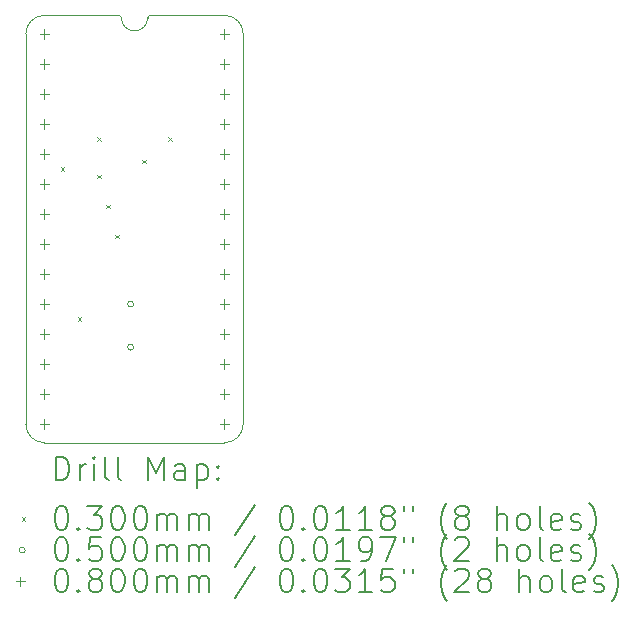
<source format=gbr>
%TF.GenerationSoftware,KiCad,Pcbnew,8.0.8*%
%TF.CreationDate,2025-03-10T01:42:12+01:00*%
%TF.ProjectId,C64-PLA,4336342d-504c-4412-9e6b-696361645f70,rev?*%
%TF.SameCoordinates,Original*%
%TF.FileFunction,Drillmap*%
%TF.FilePolarity,Positive*%
%FSLAX45Y45*%
G04 Gerber Fmt 4.5, Leading zero omitted, Abs format (unit mm)*
G04 Created by KiCad (PCBNEW 8.0.8) date 2025-03-10 01:42:12*
%MOMM*%
%LPD*%
G01*
G04 APERTURE LIST*
%ADD10C,0.100000*%
%ADD11C,0.200000*%
G04 APERTURE END LIST*
D10*
X11430000Y-4508500D02*
G75*
G02*
X11588750Y-4667250I0J-158750D01*
G01*
X10540500Y-4508495D02*
G75*
G02*
X10556375Y-4524370I0J-15875D01*
G01*
X9747250Y-7969250D02*
X9747250Y-4667250D01*
X10779125Y-4528250D02*
G75*
G02*
X10556875Y-4528250I-111125J0D01*
G01*
X9747250Y-4667250D02*
G75*
G02*
X9906000Y-4508500I158750J0D01*
G01*
X11430000Y-8128000D02*
X9906000Y-8128000D01*
X10795000Y-4508500D02*
X11430000Y-4508500D01*
X11588750Y-7969250D02*
G75*
G02*
X11430000Y-8128000I-158750J0D01*
G01*
X10778625Y-4524370D02*
G75*
G02*
X10794902Y-4508500I15875J0D01*
G01*
X11588750Y-4667250D02*
X11588750Y-7969250D01*
X10541000Y-4508500D02*
X9906000Y-4508500D01*
X9906000Y-8128000D02*
G75*
G02*
X9747250Y-7969250I0J158750D01*
G01*
X10556375Y-4524370D02*
X10556375Y-4528250D01*
X10778625Y-4528250D02*
X10778625Y-4524370D01*
D11*
D10*
X10042800Y-5795250D02*
X10072800Y-5825250D01*
X10072800Y-5795250D02*
X10042800Y-5825250D01*
X10188000Y-7065250D02*
X10218000Y-7095250D01*
X10218000Y-7065250D02*
X10188000Y-7095250D01*
X10350775Y-5541250D02*
X10380775Y-5571250D01*
X10380775Y-5541250D02*
X10350775Y-5571250D01*
X10350775Y-5858750D02*
X10380775Y-5888750D01*
X10380775Y-5858750D02*
X10350775Y-5888750D01*
X10426975Y-6112750D02*
X10456975Y-6142750D01*
X10456975Y-6112750D02*
X10426975Y-6142750D01*
X10503175Y-6366750D02*
X10533175Y-6396750D01*
X10533175Y-6366750D02*
X10503175Y-6396750D01*
X10731775Y-5731750D02*
X10761775Y-5761750D01*
X10761775Y-5731750D02*
X10731775Y-5761750D01*
X10954025Y-5541250D02*
X10984025Y-5571250D01*
X10984025Y-5541250D02*
X10954025Y-5571250D01*
X10660650Y-6953250D02*
G75*
G02*
X10610650Y-6953250I-25000J0D01*
G01*
X10610650Y-6953250D02*
G75*
G02*
X10660650Y-6953250I25000J0D01*
G01*
X10660650Y-7318375D02*
G75*
G02*
X10610650Y-7318375I-25000J0D01*
G01*
X10610650Y-7318375D02*
G75*
G02*
X10660650Y-7318375I25000J0D01*
G01*
X9905500Y-4627250D02*
X9905500Y-4707250D01*
X9865500Y-4667250D02*
X9945500Y-4667250D01*
X9905500Y-4881250D02*
X9905500Y-4961250D01*
X9865500Y-4921250D02*
X9945500Y-4921250D01*
X9905500Y-5135250D02*
X9905500Y-5215250D01*
X9865500Y-5175250D02*
X9945500Y-5175250D01*
X9905500Y-5389250D02*
X9905500Y-5469250D01*
X9865500Y-5429250D02*
X9945500Y-5429250D01*
X9905500Y-5643250D02*
X9905500Y-5723250D01*
X9865500Y-5683250D02*
X9945500Y-5683250D01*
X9905500Y-5897250D02*
X9905500Y-5977250D01*
X9865500Y-5937250D02*
X9945500Y-5937250D01*
X9905500Y-6151250D02*
X9905500Y-6231250D01*
X9865500Y-6191250D02*
X9945500Y-6191250D01*
X9905500Y-6405250D02*
X9905500Y-6485250D01*
X9865500Y-6445250D02*
X9945500Y-6445250D01*
X9905500Y-6659250D02*
X9905500Y-6739250D01*
X9865500Y-6699250D02*
X9945500Y-6699250D01*
X9905500Y-6913250D02*
X9905500Y-6993250D01*
X9865500Y-6953250D02*
X9945500Y-6953250D01*
X9905500Y-7167250D02*
X9905500Y-7247250D01*
X9865500Y-7207250D02*
X9945500Y-7207250D01*
X9905500Y-7421250D02*
X9905500Y-7501250D01*
X9865500Y-7461250D02*
X9945500Y-7461250D01*
X9905500Y-7675250D02*
X9905500Y-7755250D01*
X9865500Y-7715250D02*
X9945500Y-7715250D01*
X9905500Y-7929250D02*
X9905500Y-8009250D01*
X9865500Y-7969250D02*
X9945500Y-7969250D01*
X11429500Y-4627250D02*
X11429500Y-4707250D01*
X11389500Y-4667250D02*
X11469500Y-4667250D01*
X11429500Y-4881250D02*
X11429500Y-4961250D01*
X11389500Y-4921250D02*
X11469500Y-4921250D01*
X11429500Y-5135250D02*
X11429500Y-5215250D01*
X11389500Y-5175250D02*
X11469500Y-5175250D01*
X11429500Y-5389250D02*
X11429500Y-5469250D01*
X11389500Y-5429250D02*
X11469500Y-5429250D01*
X11429500Y-5643250D02*
X11429500Y-5723250D01*
X11389500Y-5683250D02*
X11469500Y-5683250D01*
X11429500Y-5897250D02*
X11429500Y-5977250D01*
X11389500Y-5937250D02*
X11469500Y-5937250D01*
X11429500Y-6151250D02*
X11429500Y-6231250D01*
X11389500Y-6191250D02*
X11469500Y-6191250D01*
X11429500Y-6405250D02*
X11429500Y-6485250D01*
X11389500Y-6445250D02*
X11469500Y-6445250D01*
X11429500Y-6659250D02*
X11429500Y-6739250D01*
X11389500Y-6699250D02*
X11469500Y-6699250D01*
X11429500Y-6913250D02*
X11429500Y-6993250D01*
X11389500Y-6953250D02*
X11469500Y-6953250D01*
X11429500Y-7167250D02*
X11429500Y-7247250D01*
X11389500Y-7207250D02*
X11469500Y-7207250D01*
X11429500Y-7421250D02*
X11429500Y-7501250D01*
X11389500Y-7461250D02*
X11469500Y-7461250D01*
X11429500Y-7675250D02*
X11429500Y-7755250D01*
X11389500Y-7715250D02*
X11469500Y-7715250D01*
X11429500Y-7929250D02*
X11429500Y-8009250D01*
X11389500Y-7969250D02*
X11469500Y-7969250D01*
D11*
X10003027Y-8444484D02*
X10003027Y-8244484D01*
X10003027Y-8244484D02*
X10050646Y-8244484D01*
X10050646Y-8244484D02*
X10079217Y-8254008D01*
X10079217Y-8254008D02*
X10098265Y-8273055D01*
X10098265Y-8273055D02*
X10107789Y-8292103D01*
X10107789Y-8292103D02*
X10117313Y-8330198D01*
X10117313Y-8330198D02*
X10117313Y-8358769D01*
X10117313Y-8358769D02*
X10107789Y-8396865D01*
X10107789Y-8396865D02*
X10098265Y-8415912D01*
X10098265Y-8415912D02*
X10079217Y-8434960D01*
X10079217Y-8434960D02*
X10050646Y-8444484D01*
X10050646Y-8444484D02*
X10003027Y-8444484D01*
X10203027Y-8444484D02*
X10203027Y-8311150D01*
X10203027Y-8349246D02*
X10212551Y-8330198D01*
X10212551Y-8330198D02*
X10222074Y-8320674D01*
X10222074Y-8320674D02*
X10241122Y-8311150D01*
X10241122Y-8311150D02*
X10260170Y-8311150D01*
X10326836Y-8444484D02*
X10326836Y-8311150D01*
X10326836Y-8244484D02*
X10317313Y-8254008D01*
X10317313Y-8254008D02*
X10326836Y-8263531D01*
X10326836Y-8263531D02*
X10336360Y-8254008D01*
X10336360Y-8254008D02*
X10326836Y-8244484D01*
X10326836Y-8244484D02*
X10326836Y-8263531D01*
X10450646Y-8444484D02*
X10431598Y-8434960D01*
X10431598Y-8434960D02*
X10422074Y-8415912D01*
X10422074Y-8415912D02*
X10422074Y-8244484D01*
X10555408Y-8444484D02*
X10536360Y-8434960D01*
X10536360Y-8434960D02*
X10526836Y-8415912D01*
X10526836Y-8415912D02*
X10526836Y-8244484D01*
X10783979Y-8444484D02*
X10783979Y-8244484D01*
X10783979Y-8244484D02*
X10850646Y-8387341D01*
X10850646Y-8387341D02*
X10917313Y-8244484D01*
X10917313Y-8244484D02*
X10917313Y-8444484D01*
X11098265Y-8444484D02*
X11098265Y-8339722D01*
X11098265Y-8339722D02*
X11088741Y-8320674D01*
X11088741Y-8320674D02*
X11069694Y-8311150D01*
X11069694Y-8311150D02*
X11031598Y-8311150D01*
X11031598Y-8311150D02*
X11012551Y-8320674D01*
X11098265Y-8434960D02*
X11079217Y-8444484D01*
X11079217Y-8444484D02*
X11031598Y-8444484D01*
X11031598Y-8444484D02*
X11012551Y-8434960D01*
X11012551Y-8434960D02*
X11003027Y-8415912D01*
X11003027Y-8415912D02*
X11003027Y-8396865D01*
X11003027Y-8396865D02*
X11012551Y-8377817D01*
X11012551Y-8377817D02*
X11031598Y-8368293D01*
X11031598Y-8368293D02*
X11079217Y-8368293D01*
X11079217Y-8368293D02*
X11098265Y-8358769D01*
X11193503Y-8311150D02*
X11193503Y-8511150D01*
X11193503Y-8320674D02*
X11212551Y-8311150D01*
X11212551Y-8311150D02*
X11250646Y-8311150D01*
X11250646Y-8311150D02*
X11269693Y-8320674D01*
X11269693Y-8320674D02*
X11279217Y-8330198D01*
X11279217Y-8330198D02*
X11288741Y-8349246D01*
X11288741Y-8349246D02*
X11288741Y-8406389D01*
X11288741Y-8406389D02*
X11279217Y-8425436D01*
X11279217Y-8425436D02*
X11269693Y-8434960D01*
X11269693Y-8434960D02*
X11250646Y-8444484D01*
X11250646Y-8444484D02*
X11212551Y-8444484D01*
X11212551Y-8444484D02*
X11193503Y-8434960D01*
X11374455Y-8425436D02*
X11383979Y-8434960D01*
X11383979Y-8434960D02*
X11374455Y-8444484D01*
X11374455Y-8444484D02*
X11364932Y-8434960D01*
X11364932Y-8434960D02*
X11374455Y-8425436D01*
X11374455Y-8425436D02*
X11374455Y-8444484D01*
X11374455Y-8320674D02*
X11383979Y-8330198D01*
X11383979Y-8330198D02*
X11374455Y-8339722D01*
X11374455Y-8339722D02*
X11364932Y-8330198D01*
X11364932Y-8330198D02*
X11374455Y-8320674D01*
X11374455Y-8320674D02*
X11374455Y-8339722D01*
D10*
X9712250Y-8758000D02*
X9742250Y-8788000D01*
X9742250Y-8758000D02*
X9712250Y-8788000D01*
D11*
X10041122Y-8664484D02*
X10060170Y-8664484D01*
X10060170Y-8664484D02*
X10079217Y-8674008D01*
X10079217Y-8674008D02*
X10088741Y-8683531D01*
X10088741Y-8683531D02*
X10098265Y-8702579D01*
X10098265Y-8702579D02*
X10107789Y-8740674D01*
X10107789Y-8740674D02*
X10107789Y-8788293D01*
X10107789Y-8788293D02*
X10098265Y-8826389D01*
X10098265Y-8826389D02*
X10088741Y-8845436D01*
X10088741Y-8845436D02*
X10079217Y-8854960D01*
X10079217Y-8854960D02*
X10060170Y-8864484D01*
X10060170Y-8864484D02*
X10041122Y-8864484D01*
X10041122Y-8864484D02*
X10022074Y-8854960D01*
X10022074Y-8854960D02*
X10012551Y-8845436D01*
X10012551Y-8845436D02*
X10003027Y-8826389D01*
X10003027Y-8826389D02*
X9993503Y-8788293D01*
X9993503Y-8788293D02*
X9993503Y-8740674D01*
X9993503Y-8740674D02*
X10003027Y-8702579D01*
X10003027Y-8702579D02*
X10012551Y-8683531D01*
X10012551Y-8683531D02*
X10022074Y-8674008D01*
X10022074Y-8674008D02*
X10041122Y-8664484D01*
X10193503Y-8845436D02*
X10203027Y-8854960D01*
X10203027Y-8854960D02*
X10193503Y-8864484D01*
X10193503Y-8864484D02*
X10183979Y-8854960D01*
X10183979Y-8854960D02*
X10193503Y-8845436D01*
X10193503Y-8845436D02*
X10193503Y-8864484D01*
X10269694Y-8664484D02*
X10393503Y-8664484D01*
X10393503Y-8664484D02*
X10326836Y-8740674D01*
X10326836Y-8740674D02*
X10355408Y-8740674D01*
X10355408Y-8740674D02*
X10374455Y-8750198D01*
X10374455Y-8750198D02*
X10383979Y-8759722D01*
X10383979Y-8759722D02*
X10393503Y-8778770D01*
X10393503Y-8778770D02*
X10393503Y-8826389D01*
X10393503Y-8826389D02*
X10383979Y-8845436D01*
X10383979Y-8845436D02*
X10374455Y-8854960D01*
X10374455Y-8854960D02*
X10355408Y-8864484D01*
X10355408Y-8864484D02*
X10298265Y-8864484D01*
X10298265Y-8864484D02*
X10279217Y-8854960D01*
X10279217Y-8854960D02*
X10269694Y-8845436D01*
X10517313Y-8664484D02*
X10536360Y-8664484D01*
X10536360Y-8664484D02*
X10555408Y-8674008D01*
X10555408Y-8674008D02*
X10564932Y-8683531D01*
X10564932Y-8683531D02*
X10574455Y-8702579D01*
X10574455Y-8702579D02*
X10583979Y-8740674D01*
X10583979Y-8740674D02*
X10583979Y-8788293D01*
X10583979Y-8788293D02*
X10574455Y-8826389D01*
X10574455Y-8826389D02*
X10564932Y-8845436D01*
X10564932Y-8845436D02*
X10555408Y-8854960D01*
X10555408Y-8854960D02*
X10536360Y-8864484D01*
X10536360Y-8864484D02*
X10517313Y-8864484D01*
X10517313Y-8864484D02*
X10498265Y-8854960D01*
X10498265Y-8854960D02*
X10488741Y-8845436D01*
X10488741Y-8845436D02*
X10479217Y-8826389D01*
X10479217Y-8826389D02*
X10469694Y-8788293D01*
X10469694Y-8788293D02*
X10469694Y-8740674D01*
X10469694Y-8740674D02*
X10479217Y-8702579D01*
X10479217Y-8702579D02*
X10488741Y-8683531D01*
X10488741Y-8683531D02*
X10498265Y-8674008D01*
X10498265Y-8674008D02*
X10517313Y-8664484D01*
X10707789Y-8664484D02*
X10726836Y-8664484D01*
X10726836Y-8664484D02*
X10745884Y-8674008D01*
X10745884Y-8674008D02*
X10755408Y-8683531D01*
X10755408Y-8683531D02*
X10764932Y-8702579D01*
X10764932Y-8702579D02*
X10774455Y-8740674D01*
X10774455Y-8740674D02*
X10774455Y-8788293D01*
X10774455Y-8788293D02*
X10764932Y-8826389D01*
X10764932Y-8826389D02*
X10755408Y-8845436D01*
X10755408Y-8845436D02*
X10745884Y-8854960D01*
X10745884Y-8854960D02*
X10726836Y-8864484D01*
X10726836Y-8864484D02*
X10707789Y-8864484D01*
X10707789Y-8864484D02*
X10688741Y-8854960D01*
X10688741Y-8854960D02*
X10679217Y-8845436D01*
X10679217Y-8845436D02*
X10669694Y-8826389D01*
X10669694Y-8826389D02*
X10660170Y-8788293D01*
X10660170Y-8788293D02*
X10660170Y-8740674D01*
X10660170Y-8740674D02*
X10669694Y-8702579D01*
X10669694Y-8702579D02*
X10679217Y-8683531D01*
X10679217Y-8683531D02*
X10688741Y-8674008D01*
X10688741Y-8674008D02*
X10707789Y-8664484D01*
X10860170Y-8864484D02*
X10860170Y-8731150D01*
X10860170Y-8750198D02*
X10869694Y-8740674D01*
X10869694Y-8740674D02*
X10888741Y-8731150D01*
X10888741Y-8731150D02*
X10917313Y-8731150D01*
X10917313Y-8731150D02*
X10936360Y-8740674D01*
X10936360Y-8740674D02*
X10945884Y-8759722D01*
X10945884Y-8759722D02*
X10945884Y-8864484D01*
X10945884Y-8759722D02*
X10955408Y-8740674D01*
X10955408Y-8740674D02*
X10974455Y-8731150D01*
X10974455Y-8731150D02*
X11003027Y-8731150D01*
X11003027Y-8731150D02*
X11022075Y-8740674D01*
X11022075Y-8740674D02*
X11031598Y-8759722D01*
X11031598Y-8759722D02*
X11031598Y-8864484D01*
X11126836Y-8864484D02*
X11126836Y-8731150D01*
X11126836Y-8750198D02*
X11136360Y-8740674D01*
X11136360Y-8740674D02*
X11155408Y-8731150D01*
X11155408Y-8731150D02*
X11183979Y-8731150D01*
X11183979Y-8731150D02*
X11203027Y-8740674D01*
X11203027Y-8740674D02*
X11212551Y-8759722D01*
X11212551Y-8759722D02*
X11212551Y-8864484D01*
X11212551Y-8759722D02*
X11222074Y-8740674D01*
X11222074Y-8740674D02*
X11241122Y-8731150D01*
X11241122Y-8731150D02*
X11269693Y-8731150D01*
X11269693Y-8731150D02*
X11288741Y-8740674D01*
X11288741Y-8740674D02*
X11298265Y-8759722D01*
X11298265Y-8759722D02*
X11298265Y-8864484D01*
X11688741Y-8654960D02*
X11517313Y-8912103D01*
X11945884Y-8664484D02*
X11964932Y-8664484D01*
X11964932Y-8664484D02*
X11983979Y-8674008D01*
X11983979Y-8674008D02*
X11993503Y-8683531D01*
X11993503Y-8683531D02*
X12003027Y-8702579D01*
X12003027Y-8702579D02*
X12012551Y-8740674D01*
X12012551Y-8740674D02*
X12012551Y-8788293D01*
X12012551Y-8788293D02*
X12003027Y-8826389D01*
X12003027Y-8826389D02*
X11993503Y-8845436D01*
X11993503Y-8845436D02*
X11983979Y-8854960D01*
X11983979Y-8854960D02*
X11964932Y-8864484D01*
X11964932Y-8864484D02*
X11945884Y-8864484D01*
X11945884Y-8864484D02*
X11926836Y-8854960D01*
X11926836Y-8854960D02*
X11917313Y-8845436D01*
X11917313Y-8845436D02*
X11907789Y-8826389D01*
X11907789Y-8826389D02*
X11898265Y-8788293D01*
X11898265Y-8788293D02*
X11898265Y-8740674D01*
X11898265Y-8740674D02*
X11907789Y-8702579D01*
X11907789Y-8702579D02*
X11917313Y-8683531D01*
X11917313Y-8683531D02*
X11926836Y-8674008D01*
X11926836Y-8674008D02*
X11945884Y-8664484D01*
X12098265Y-8845436D02*
X12107789Y-8854960D01*
X12107789Y-8854960D02*
X12098265Y-8864484D01*
X12098265Y-8864484D02*
X12088741Y-8854960D01*
X12088741Y-8854960D02*
X12098265Y-8845436D01*
X12098265Y-8845436D02*
X12098265Y-8864484D01*
X12231598Y-8664484D02*
X12250646Y-8664484D01*
X12250646Y-8664484D02*
X12269694Y-8674008D01*
X12269694Y-8674008D02*
X12279217Y-8683531D01*
X12279217Y-8683531D02*
X12288741Y-8702579D01*
X12288741Y-8702579D02*
X12298265Y-8740674D01*
X12298265Y-8740674D02*
X12298265Y-8788293D01*
X12298265Y-8788293D02*
X12288741Y-8826389D01*
X12288741Y-8826389D02*
X12279217Y-8845436D01*
X12279217Y-8845436D02*
X12269694Y-8854960D01*
X12269694Y-8854960D02*
X12250646Y-8864484D01*
X12250646Y-8864484D02*
X12231598Y-8864484D01*
X12231598Y-8864484D02*
X12212551Y-8854960D01*
X12212551Y-8854960D02*
X12203027Y-8845436D01*
X12203027Y-8845436D02*
X12193503Y-8826389D01*
X12193503Y-8826389D02*
X12183979Y-8788293D01*
X12183979Y-8788293D02*
X12183979Y-8740674D01*
X12183979Y-8740674D02*
X12193503Y-8702579D01*
X12193503Y-8702579D02*
X12203027Y-8683531D01*
X12203027Y-8683531D02*
X12212551Y-8674008D01*
X12212551Y-8674008D02*
X12231598Y-8664484D01*
X12488741Y-8864484D02*
X12374456Y-8864484D01*
X12431598Y-8864484D02*
X12431598Y-8664484D01*
X12431598Y-8664484D02*
X12412551Y-8693055D01*
X12412551Y-8693055D02*
X12393503Y-8712103D01*
X12393503Y-8712103D02*
X12374456Y-8721627D01*
X12679217Y-8864484D02*
X12564932Y-8864484D01*
X12622075Y-8864484D02*
X12622075Y-8664484D01*
X12622075Y-8664484D02*
X12603027Y-8693055D01*
X12603027Y-8693055D02*
X12583979Y-8712103D01*
X12583979Y-8712103D02*
X12564932Y-8721627D01*
X12793503Y-8750198D02*
X12774456Y-8740674D01*
X12774456Y-8740674D02*
X12764932Y-8731150D01*
X12764932Y-8731150D02*
X12755408Y-8712103D01*
X12755408Y-8712103D02*
X12755408Y-8702579D01*
X12755408Y-8702579D02*
X12764932Y-8683531D01*
X12764932Y-8683531D02*
X12774456Y-8674008D01*
X12774456Y-8674008D02*
X12793503Y-8664484D01*
X12793503Y-8664484D02*
X12831598Y-8664484D01*
X12831598Y-8664484D02*
X12850646Y-8674008D01*
X12850646Y-8674008D02*
X12860170Y-8683531D01*
X12860170Y-8683531D02*
X12869694Y-8702579D01*
X12869694Y-8702579D02*
X12869694Y-8712103D01*
X12869694Y-8712103D02*
X12860170Y-8731150D01*
X12860170Y-8731150D02*
X12850646Y-8740674D01*
X12850646Y-8740674D02*
X12831598Y-8750198D01*
X12831598Y-8750198D02*
X12793503Y-8750198D01*
X12793503Y-8750198D02*
X12774456Y-8759722D01*
X12774456Y-8759722D02*
X12764932Y-8769246D01*
X12764932Y-8769246D02*
X12755408Y-8788293D01*
X12755408Y-8788293D02*
X12755408Y-8826389D01*
X12755408Y-8826389D02*
X12764932Y-8845436D01*
X12764932Y-8845436D02*
X12774456Y-8854960D01*
X12774456Y-8854960D02*
X12793503Y-8864484D01*
X12793503Y-8864484D02*
X12831598Y-8864484D01*
X12831598Y-8864484D02*
X12850646Y-8854960D01*
X12850646Y-8854960D02*
X12860170Y-8845436D01*
X12860170Y-8845436D02*
X12869694Y-8826389D01*
X12869694Y-8826389D02*
X12869694Y-8788293D01*
X12869694Y-8788293D02*
X12860170Y-8769246D01*
X12860170Y-8769246D02*
X12850646Y-8759722D01*
X12850646Y-8759722D02*
X12831598Y-8750198D01*
X12945884Y-8664484D02*
X12945884Y-8702579D01*
X13022075Y-8664484D02*
X13022075Y-8702579D01*
X13317313Y-8940674D02*
X13307789Y-8931150D01*
X13307789Y-8931150D02*
X13288741Y-8902579D01*
X13288741Y-8902579D02*
X13279218Y-8883531D01*
X13279218Y-8883531D02*
X13269694Y-8854960D01*
X13269694Y-8854960D02*
X13260170Y-8807341D01*
X13260170Y-8807341D02*
X13260170Y-8769246D01*
X13260170Y-8769246D02*
X13269694Y-8721627D01*
X13269694Y-8721627D02*
X13279218Y-8693055D01*
X13279218Y-8693055D02*
X13288741Y-8674008D01*
X13288741Y-8674008D02*
X13307789Y-8645436D01*
X13307789Y-8645436D02*
X13317313Y-8635912D01*
X13422075Y-8750198D02*
X13403027Y-8740674D01*
X13403027Y-8740674D02*
X13393503Y-8731150D01*
X13393503Y-8731150D02*
X13383979Y-8712103D01*
X13383979Y-8712103D02*
X13383979Y-8702579D01*
X13383979Y-8702579D02*
X13393503Y-8683531D01*
X13393503Y-8683531D02*
X13403027Y-8674008D01*
X13403027Y-8674008D02*
X13422075Y-8664484D01*
X13422075Y-8664484D02*
X13460170Y-8664484D01*
X13460170Y-8664484D02*
X13479218Y-8674008D01*
X13479218Y-8674008D02*
X13488741Y-8683531D01*
X13488741Y-8683531D02*
X13498265Y-8702579D01*
X13498265Y-8702579D02*
X13498265Y-8712103D01*
X13498265Y-8712103D02*
X13488741Y-8731150D01*
X13488741Y-8731150D02*
X13479218Y-8740674D01*
X13479218Y-8740674D02*
X13460170Y-8750198D01*
X13460170Y-8750198D02*
X13422075Y-8750198D01*
X13422075Y-8750198D02*
X13403027Y-8759722D01*
X13403027Y-8759722D02*
X13393503Y-8769246D01*
X13393503Y-8769246D02*
X13383979Y-8788293D01*
X13383979Y-8788293D02*
X13383979Y-8826389D01*
X13383979Y-8826389D02*
X13393503Y-8845436D01*
X13393503Y-8845436D02*
X13403027Y-8854960D01*
X13403027Y-8854960D02*
X13422075Y-8864484D01*
X13422075Y-8864484D02*
X13460170Y-8864484D01*
X13460170Y-8864484D02*
X13479218Y-8854960D01*
X13479218Y-8854960D02*
X13488741Y-8845436D01*
X13488741Y-8845436D02*
X13498265Y-8826389D01*
X13498265Y-8826389D02*
X13498265Y-8788293D01*
X13498265Y-8788293D02*
X13488741Y-8769246D01*
X13488741Y-8769246D02*
X13479218Y-8759722D01*
X13479218Y-8759722D02*
X13460170Y-8750198D01*
X13736360Y-8864484D02*
X13736360Y-8664484D01*
X13822075Y-8864484D02*
X13822075Y-8759722D01*
X13822075Y-8759722D02*
X13812551Y-8740674D01*
X13812551Y-8740674D02*
X13793503Y-8731150D01*
X13793503Y-8731150D02*
X13764932Y-8731150D01*
X13764932Y-8731150D02*
X13745884Y-8740674D01*
X13745884Y-8740674D02*
X13736360Y-8750198D01*
X13945884Y-8864484D02*
X13926837Y-8854960D01*
X13926837Y-8854960D02*
X13917313Y-8845436D01*
X13917313Y-8845436D02*
X13907789Y-8826389D01*
X13907789Y-8826389D02*
X13907789Y-8769246D01*
X13907789Y-8769246D02*
X13917313Y-8750198D01*
X13917313Y-8750198D02*
X13926837Y-8740674D01*
X13926837Y-8740674D02*
X13945884Y-8731150D01*
X13945884Y-8731150D02*
X13974456Y-8731150D01*
X13974456Y-8731150D02*
X13993503Y-8740674D01*
X13993503Y-8740674D02*
X14003027Y-8750198D01*
X14003027Y-8750198D02*
X14012551Y-8769246D01*
X14012551Y-8769246D02*
X14012551Y-8826389D01*
X14012551Y-8826389D02*
X14003027Y-8845436D01*
X14003027Y-8845436D02*
X13993503Y-8854960D01*
X13993503Y-8854960D02*
X13974456Y-8864484D01*
X13974456Y-8864484D02*
X13945884Y-8864484D01*
X14126837Y-8864484D02*
X14107789Y-8854960D01*
X14107789Y-8854960D02*
X14098265Y-8835912D01*
X14098265Y-8835912D02*
X14098265Y-8664484D01*
X14279218Y-8854960D02*
X14260170Y-8864484D01*
X14260170Y-8864484D02*
X14222075Y-8864484D01*
X14222075Y-8864484D02*
X14203027Y-8854960D01*
X14203027Y-8854960D02*
X14193503Y-8835912D01*
X14193503Y-8835912D02*
X14193503Y-8759722D01*
X14193503Y-8759722D02*
X14203027Y-8740674D01*
X14203027Y-8740674D02*
X14222075Y-8731150D01*
X14222075Y-8731150D02*
X14260170Y-8731150D01*
X14260170Y-8731150D02*
X14279218Y-8740674D01*
X14279218Y-8740674D02*
X14288741Y-8759722D01*
X14288741Y-8759722D02*
X14288741Y-8778770D01*
X14288741Y-8778770D02*
X14193503Y-8797817D01*
X14364932Y-8854960D02*
X14383980Y-8864484D01*
X14383980Y-8864484D02*
X14422075Y-8864484D01*
X14422075Y-8864484D02*
X14441122Y-8854960D01*
X14441122Y-8854960D02*
X14450646Y-8835912D01*
X14450646Y-8835912D02*
X14450646Y-8826389D01*
X14450646Y-8826389D02*
X14441122Y-8807341D01*
X14441122Y-8807341D02*
X14422075Y-8797817D01*
X14422075Y-8797817D02*
X14393503Y-8797817D01*
X14393503Y-8797817D02*
X14374456Y-8788293D01*
X14374456Y-8788293D02*
X14364932Y-8769246D01*
X14364932Y-8769246D02*
X14364932Y-8759722D01*
X14364932Y-8759722D02*
X14374456Y-8740674D01*
X14374456Y-8740674D02*
X14393503Y-8731150D01*
X14393503Y-8731150D02*
X14422075Y-8731150D01*
X14422075Y-8731150D02*
X14441122Y-8740674D01*
X14517313Y-8940674D02*
X14526837Y-8931150D01*
X14526837Y-8931150D02*
X14545884Y-8902579D01*
X14545884Y-8902579D02*
X14555408Y-8883531D01*
X14555408Y-8883531D02*
X14564932Y-8854960D01*
X14564932Y-8854960D02*
X14574456Y-8807341D01*
X14574456Y-8807341D02*
X14574456Y-8769246D01*
X14574456Y-8769246D02*
X14564932Y-8721627D01*
X14564932Y-8721627D02*
X14555408Y-8693055D01*
X14555408Y-8693055D02*
X14545884Y-8674008D01*
X14545884Y-8674008D02*
X14526837Y-8645436D01*
X14526837Y-8645436D02*
X14517313Y-8635912D01*
D10*
X9742250Y-9037000D02*
G75*
G02*
X9692250Y-9037000I-25000J0D01*
G01*
X9692250Y-9037000D02*
G75*
G02*
X9742250Y-9037000I25000J0D01*
G01*
D11*
X10041122Y-8928484D02*
X10060170Y-8928484D01*
X10060170Y-8928484D02*
X10079217Y-8938008D01*
X10079217Y-8938008D02*
X10088741Y-8947531D01*
X10088741Y-8947531D02*
X10098265Y-8966579D01*
X10098265Y-8966579D02*
X10107789Y-9004674D01*
X10107789Y-9004674D02*
X10107789Y-9052293D01*
X10107789Y-9052293D02*
X10098265Y-9090389D01*
X10098265Y-9090389D02*
X10088741Y-9109436D01*
X10088741Y-9109436D02*
X10079217Y-9118960D01*
X10079217Y-9118960D02*
X10060170Y-9128484D01*
X10060170Y-9128484D02*
X10041122Y-9128484D01*
X10041122Y-9128484D02*
X10022074Y-9118960D01*
X10022074Y-9118960D02*
X10012551Y-9109436D01*
X10012551Y-9109436D02*
X10003027Y-9090389D01*
X10003027Y-9090389D02*
X9993503Y-9052293D01*
X9993503Y-9052293D02*
X9993503Y-9004674D01*
X9993503Y-9004674D02*
X10003027Y-8966579D01*
X10003027Y-8966579D02*
X10012551Y-8947531D01*
X10012551Y-8947531D02*
X10022074Y-8938008D01*
X10022074Y-8938008D02*
X10041122Y-8928484D01*
X10193503Y-9109436D02*
X10203027Y-9118960D01*
X10203027Y-9118960D02*
X10193503Y-9128484D01*
X10193503Y-9128484D02*
X10183979Y-9118960D01*
X10183979Y-9118960D02*
X10193503Y-9109436D01*
X10193503Y-9109436D02*
X10193503Y-9128484D01*
X10383979Y-8928484D02*
X10288741Y-8928484D01*
X10288741Y-8928484D02*
X10279217Y-9023722D01*
X10279217Y-9023722D02*
X10288741Y-9014198D01*
X10288741Y-9014198D02*
X10307789Y-9004674D01*
X10307789Y-9004674D02*
X10355408Y-9004674D01*
X10355408Y-9004674D02*
X10374455Y-9014198D01*
X10374455Y-9014198D02*
X10383979Y-9023722D01*
X10383979Y-9023722D02*
X10393503Y-9042770D01*
X10393503Y-9042770D02*
X10393503Y-9090389D01*
X10393503Y-9090389D02*
X10383979Y-9109436D01*
X10383979Y-9109436D02*
X10374455Y-9118960D01*
X10374455Y-9118960D02*
X10355408Y-9128484D01*
X10355408Y-9128484D02*
X10307789Y-9128484D01*
X10307789Y-9128484D02*
X10288741Y-9118960D01*
X10288741Y-9118960D02*
X10279217Y-9109436D01*
X10517313Y-8928484D02*
X10536360Y-8928484D01*
X10536360Y-8928484D02*
X10555408Y-8938008D01*
X10555408Y-8938008D02*
X10564932Y-8947531D01*
X10564932Y-8947531D02*
X10574455Y-8966579D01*
X10574455Y-8966579D02*
X10583979Y-9004674D01*
X10583979Y-9004674D02*
X10583979Y-9052293D01*
X10583979Y-9052293D02*
X10574455Y-9090389D01*
X10574455Y-9090389D02*
X10564932Y-9109436D01*
X10564932Y-9109436D02*
X10555408Y-9118960D01*
X10555408Y-9118960D02*
X10536360Y-9128484D01*
X10536360Y-9128484D02*
X10517313Y-9128484D01*
X10517313Y-9128484D02*
X10498265Y-9118960D01*
X10498265Y-9118960D02*
X10488741Y-9109436D01*
X10488741Y-9109436D02*
X10479217Y-9090389D01*
X10479217Y-9090389D02*
X10469694Y-9052293D01*
X10469694Y-9052293D02*
X10469694Y-9004674D01*
X10469694Y-9004674D02*
X10479217Y-8966579D01*
X10479217Y-8966579D02*
X10488741Y-8947531D01*
X10488741Y-8947531D02*
X10498265Y-8938008D01*
X10498265Y-8938008D02*
X10517313Y-8928484D01*
X10707789Y-8928484D02*
X10726836Y-8928484D01*
X10726836Y-8928484D02*
X10745884Y-8938008D01*
X10745884Y-8938008D02*
X10755408Y-8947531D01*
X10755408Y-8947531D02*
X10764932Y-8966579D01*
X10764932Y-8966579D02*
X10774455Y-9004674D01*
X10774455Y-9004674D02*
X10774455Y-9052293D01*
X10774455Y-9052293D02*
X10764932Y-9090389D01*
X10764932Y-9090389D02*
X10755408Y-9109436D01*
X10755408Y-9109436D02*
X10745884Y-9118960D01*
X10745884Y-9118960D02*
X10726836Y-9128484D01*
X10726836Y-9128484D02*
X10707789Y-9128484D01*
X10707789Y-9128484D02*
X10688741Y-9118960D01*
X10688741Y-9118960D02*
X10679217Y-9109436D01*
X10679217Y-9109436D02*
X10669694Y-9090389D01*
X10669694Y-9090389D02*
X10660170Y-9052293D01*
X10660170Y-9052293D02*
X10660170Y-9004674D01*
X10660170Y-9004674D02*
X10669694Y-8966579D01*
X10669694Y-8966579D02*
X10679217Y-8947531D01*
X10679217Y-8947531D02*
X10688741Y-8938008D01*
X10688741Y-8938008D02*
X10707789Y-8928484D01*
X10860170Y-9128484D02*
X10860170Y-8995150D01*
X10860170Y-9014198D02*
X10869694Y-9004674D01*
X10869694Y-9004674D02*
X10888741Y-8995150D01*
X10888741Y-8995150D02*
X10917313Y-8995150D01*
X10917313Y-8995150D02*
X10936360Y-9004674D01*
X10936360Y-9004674D02*
X10945884Y-9023722D01*
X10945884Y-9023722D02*
X10945884Y-9128484D01*
X10945884Y-9023722D02*
X10955408Y-9004674D01*
X10955408Y-9004674D02*
X10974455Y-8995150D01*
X10974455Y-8995150D02*
X11003027Y-8995150D01*
X11003027Y-8995150D02*
X11022075Y-9004674D01*
X11022075Y-9004674D02*
X11031598Y-9023722D01*
X11031598Y-9023722D02*
X11031598Y-9128484D01*
X11126836Y-9128484D02*
X11126836Y-8995150D01*
X11126836Y-9014198D02*
X11136360Y-9004674D01*
X11136360Y-9004674D02*
X11155408Y-8995150D01*
X11155408Y-8995150D02*
X11183979Y-8995150D01*
X11183979Y-8995150D02*
X11203027Y-9004674D01*
X11203027Y-9004674D02*
X11212551Y-9023722D01*
X11212551Y-9023722D02*
X11212551Y-9128484D01*
X11212551Y-9023722D02*
X11222074Y-9004674D01*
X11222074Y-9004674D02*
X11241122Y-8995150D01*
X11241122Y-8995150D02*
X11269693Y-8995150D01*
X11269693Y-8995150D02*
X11288741Y-9004674D01*
X11288741Y-9004674D02*
X11298265Y-9023722D01*
X11298265Y-9023722D02*
X11298265Y-9128484D01*
X11688741Y-8918960D02*
X11517313Y-9176103D01*
X11945884Y-8928484D02*
X11964932Y-8928484D01*
X11964932Y-8928484D02*
X11983979Y-8938008D01*
X11983979Y-8938008D02*
X11993503Y-8947531D01*
X11993503Y-8947531D02*
X12003027Y-8966579D01*
X12003027Y-8966579D02*
X12012551Y-9004674D01*
X12012551Y-9004674D02*
X12012551Y-9052293D01*
X12012551Y-9052293D02*
X12003027Y-9090389D01*
X12003027Y-9090389D02*
X11993503Y-9109436D01*
X11993503Y-9109436D02*
X11983979Y-9118960D01*
X11983979Y-9118960D02*
X11964932Y-9128484D01*
X11964932Y-9128484D02*
X11945884Y-9128484D01*
X11945884Y-9128484D02*
X11926836Y-9118960D01*
X11926836Y-9118960D02*
X11917313Y-9109436D01*
X11917313Y-9109436D02*
X11907789Y-9090389D01*
X11907789Y-9090389D02*
X11898265Y-9052293D01*
X11898265Y-9052293D02*
X11898265Y-9004674D01*
X11898265Y-9004674D02*
X11907789Y-8966579D01*
X11907789Y-8966579D02*
X11917313Y-8947531D01*
X11917313Y-8947531D02*
X11926836Y-8938008D01*
X11926836Y-8938008D02*
X11945884Y-8928484D01*
X12098265Y-9109436D02*
X12107789Y-9118960D01*
X12107789Y-9118960D02*
X12098265Y-9128484D01*
X12098265Y-9128484D02*
X12088741Y-9118960D01*
X12088741Y-9118960D02*
X12098265Y-9109436D01*
X12098265Y-9109436D02*
X12098265Y-9128484D01*
X12231598Y-8928484D02*
X12250646Y-8928484D01*
X12250646Y-8928484D02*
X12269694Y-8938008D01*
X12269694Y-8938008D02*
X12279217Y-8947531D01*
X12279217Y-8947531D02*
X12288741Y-8966579D01*
X12288741Y-8966579D02*
X12298265Y-9004674D01*
X12298265Y-9004674D02*
X12298265Y-9052293D01*
X12298265Y-9052293D02*
X12288741Y-9090389D01*
X12288741Y-9090389D02*
X12279217Y-9109436D01*
X12279217Y-9109436D02*
X12269694Y-9118960D01*
X12269694Y-9118960D02*
X12250646Y-9128484D01*
X12250646Y-9128484D02*
X12231598Y-9128484D01*
X12231598Y-9128484D02*
X12212551Y-9118960D01*
X12212551Y-9118960D02*
X12203027Y-9109436D01*
X12203027Y-9109436D02*
X12193503Y-9090389D01*
X12193503Y-9090389D02*
X12183979Y-9052293D01*
X12183979Y-9052293D02*
X12183979Y-9004674D01*
X12183979Y-9004674D02*
X12193503Y-8966579D01*
X12193503Y-8966579D02*
X12203027Y-8947531D01*
X12203027Y-8947531D02*
X12212551Y-8938008D01*
X12212551Y-8938008D02*
X12231598Y-8928484D01*
X12488741Y-9128484D02*
X12374456Y-9128484D01*
X12431598Y-9128484D02*
X12431598Y-8928484D01*
X12431598Y-8928484D02*
X12412551Y-8957055D01*
X12412551Y-8957055D02*
X12393503Y-8976103D01*
X12393503Y-8976103D02*
X12374456Y-8985627D01*
X12583979Y-9128484D02*
X12622075Y-9128484D01*
X12622075Y-9128484D02*
X12641122Y-9118960D01*
X12641122Y-9118960D02*
X12650646Y-9109436D01*
X12650646Y-9109436D02*
X12669694Y-9080865D01*
X12669694Y-9080865D02*
X12679217Y-9042770D01*
X12679217Y-9042770D02*
X12679217Y-8966579D01*
X12679217Y-8966579D02*
X12669694Y-8947531D01*
X12669694Y-8947531D02*
X12660170Y-8938008D01*
X12660170Y-8938008D02*
X12641122Y-8928484D01*
X12641122Y-8928484D02*
X12603027Y-8928484D01*
X12603027Y-8928484D02*
X12583979Y-8938008D01*
X12583979Y-8938008D02*
X12574456Y-8947531D01*
X12574456Y-8947531D02*
X12564932Y-8966579D01*
X12564932Y-8966579D02*
X12564932Y-9014198D01*
X12564932Y-9014198D02*
X12574456Y-9033246D01*
X12574456Y-9033246D02*
X12583979Y-9042770D01*
X12583979Y-9042770D02*
X12603027Y-9052293D01*
X12603027Y-9052293D02*
X12641122Y-9052293D01*
X12641122Y-9052293D02*
X12660170Y-9042770D01*
X12660170Y-9042770D02*
X12669694Y-9033246D01*
X12669694Y-9033246D02*
X12679217Y-9014198D01*
X12745884Y-8928484D02*
X12879217Y-8928484D01*
X12879217Y-8928484D02*
X12793503Y-9128484D01*
X12945884Y-8928484D02*
X12945884Y-8966579D01*
X13022075Y-8928484D02*
X13022075Y-8966579D01*
X13317313Y-9204674D02*
X13307789Y-9195150D01*
X13307789Y-9195150D02*
X13288741Y-9166579D01*
X13288741Y-9166579D02*
X13279218Y-9147531D01*
X13279218Y-9147531D02*
X13269694Y-9118960D01*
X13269694Y-9118960D02*
X13260170Y-9071341D01*
X13260170Y-9071341D02*
X13260170Y-9033246D01*
X13260170Y-9033246D02*
X13269694Y-8985627D01*
X13269694Y-8985627D02*
X13279218Y-8957055D01*
X13279218Y-8957055D02*
X13288741Y-8938008D01*
X13288741Y-8938008D02*
X13307789Y-8909436D01*
X13307789Y-8909436D02*
X13317313Y-8899912D01*
X13383979Y-8947531D02*
X13393503Y-8938008D01*
X13393503Y-8938008D02*
X13412551Y-8928484D01*
X13412551Y-8928484D02*
X13460170Y-8928484D01*
X13460170Y-8928484D02*
X13479218Y-8938008D01*
X13479218Y-8938008D02*
X13488741Y-8947531D01*
X13488741Y-8947531D02*
X13498265Y-8966579D01*
X13498265Y-8966579D02*
X13498265Y-8985627D01*
X13498265Y-8985627D02*
X13488741Y-9014198D01*
X13488741Y-9014198D02*
X13374456Y-9128484D01*
X13374456Y-9128484D02*
X13498265Y-9128484D01*
X13736360Y-9128484D02*
X13736360Y-8928484D01*
X13822075Y-9128484D02*
X13822075Y-9023722D01*
X13822075Y-9023722D02*
X13812551Y-9004674D01*
X13812551Y-9004674D02*
X13793503Y-8995150D01*
X13793503Y-8995150D02*
X13764932Y-8995150D01*
X13764932Y-8995150D02*
X13745884Y-9004674D01*
X13745884Y-9004674D02*
X13736360Y-9014198D01*
X13945884Y-9128484D02*
X13926837Y-9118960D01*
X13926837Y-9118960D02*
X13917313Y-9109436D01*
X13917313Y-9109436D02*
X13907789Y-9090389D01*
X13907789Y-9090389D02*
X13907789Y-9033246D01*
X13907789Y-9033246D02*
X13917313Y-9014198D01*
X13917313Y-9014198D02*
X13926837Y-9004674D01*
X13926837Y-9004674D02*
X13945884Y-8995150D01*
X13945884Y-8995150D02*
X13974456Y-8995150D01*
X13974456Y-8995150D02*
X13993503Y-9004674D01*
X13993503Y-9004674D02*
X14003027Y-9014198D01*
X14003027Y-9014198D02*
X14012551Y-9033246D01*
X14012551Y-9033246D02*
X14012551Y-9090389D01*
X14012551Y-9090389D02*
X14003027Y-9109436D01*
X14003027Y-9109436D02*
X13993503Y-9118960D01*
X13993503Y-9118960D02*
X13974456Y-9128484D01*
X13974456Y-9128484D02*
X13945884Y-9128484D01*
X14126837Y-9128484D02*
X14107789Y-9118960D01*
X14107789Y-9118960D02*
X14098265Y-9099912D01*
X14098265Y-9099912D02*
X14098265Y-8928484D01*
X14279218Y-9118960D02*
X14260170Y-9128484D01*
X14260170Y-9128484D02*
X14222075Y-9128484D01*
X14222075Y-9128484D02*
X14203027Y-9118960D01*
X14203027Y-9118960D02*
X14193503Y-9099912D01*
X14193503Y-9099912D02*
X14193503Y-9023722D01*
X14193503Y-9023722D02*
X14203027Y-9004674D01*
X14203027Y-9004674D02*
X14222075Y-8995150D01*
X14222075Y-8995150D02*
X14260170Y-8995150D01*
X14260170Y-8995150D02*
X14279218Y-9004674D01*
X14279218Y-9004674D02*
X14288741Y-9023722D01*
X14288741Y-9023722D02*
X14288741Y-9042770D01*
X14288741Y-9042770D02*
X14193503Y-9061817D01*
X14364932Y-9118960D02*
X14383980Y-9128484D01*
X14383980Y-9128484D02*
X14422075Y-9128484D01*
X14422075Y-9128484D02*
X14441122Y-9118960D01*
X14441122Y-9118960D02*
X14450646Y-9099912D01*
X14450646Y-9099912D02*
X14450646Y-9090389D01*
X14450646Y-9090389D02*
X14441122Y-9071341D01*
X14441122Y-9071341D02*
X14422075Y-9061817D01*
X14422075Y-9061817D02*
X14393503Y-9061817D01*
X14393503Y-9061817D02*
X14374456Y-9052293D01*
X14374456Y-9052293D02*
X14364932Y-9033246D01*
X14364932Y-9033246D02*
X14364932Y-9023722D01*
X14364932Y-9023722D02*
X14374456Y-9004674D01*
X14374456Y-9004674D02*
X14393503Y-8995150D01*
X14393503Y-8995150D02*
X14422075Y-8995150D01*
X14422075Y-8995150D02*
X14441122Y-9004674D01*
X14517313Y-9204674D02*
X14526837Y-9195150D01*
X14526837Y-9195150D02*
X14545884Y-9166579D01*
X14545884Y-9166579D02*
X14555408Y-9147531D01*
X14555408Y-9147531D02*
X14564932Y-9118960D01*
X14564932Y-9118960D02*
X14574456Y-9071341D01*
X14574456Y-9071341D02*
X14574456Y-9033246D01*
X14574456Y-9033246D02*
X14564932Y-8985627D01*
X14564932Y-8985627D02*
X14555408Y-8957055D01*
X14555408Y-8957055D02*
X14545884Y-8938008D01*
X14545884Y-8938008D02*
X14526837Y-8909436D01*
X14526837Y-8909436D02*
X14517313Y-8899912D01*
D10*
X9702250Y-9261000D02*
X9702250Y-9341000D01*
X9662250Y-9301000D02*
X9742250Y-9301000D01*
D11*
X10041122Y-9192484D02*
X10060170Y-9192484D01*
X10060170Y-9192484D02*
X10079217Y-9202008D01*
X10079217Y-9202008D02*
X10088741Y-9211531D01*
X10088741Y-9211531D02*
X10098265Y-9230579D01*
X10098265Y-9230579D02*
X10107789Y-9268674D01*
X10107789Y-9268674D02*
X10107789Y-9316293D01*
X10107789Y-9316293D02*
X10098265Y-9354389D01*
X10098265Y-9354389D02*
X10088741Y-9373436D01*
X10088741Y-9373436D02*
X10079217Y-9382960D01*
X10079217Y-9382960D02*
X10060170Y-9392484D01*
X10060170Y-9392484D02*
X10041122Y-9392484D01*
X10041122Y-9392484D02*
X10022074Y-9382960D01*
X10022074Y-9382960D02*
X10012551Y-9373436D01*
X10012551Y-9373436D02*
X10003027Y-9354389D01*
X10003027Y-9354389D02*
X9993503Y-9316293D01*
X9993503Y-9316293D02*
X9993503Y-9268674D01*
X9993503Y-9268674D02*
X10003027Y-9230579D01*
X10003027Y-9230579D02*
X10012551Y-9211531D01*
X10012551Y-9211531D02*
X10022074Y-9202008D01*
X10022074Y-9202008D02*
X10041122Y-9192484D01*
X10193503Y-9373436D02*
X10203027Y-9382960D01*
X10203027Y-9382960D02*
X10193503Y-9392484D01*
X10193503Y-9392484D02*
X10183979Y-9382960D01*
X10183979Y-9382960D02*
X10193503Y-9373436D01*
X10193503Y-9373436D02*
X10193503Y-9392484D01*
X10317313Y-9278198D02*
X10298265Y-9268674D01*
X10298265Y-9268674D02*
X10288741Y-9259150D01*
X10288741Y-9259150D02*
X10279217Y-9240103D01*
X10279217Y-9240103D02*
X10279217Y-9230579D01*
X10279217Y-9230579D02*
X10288741Y-9211531D01*
X10288741Y-9211531D02*
X10298265Y-9202008D01*
X10298265Y-9202008D02*
X10317313Y-9192484D01*
X10317313Y-9192484D02*
X10355408Y-9192484D01*
X10355408Y-9192484D02*
X10374455Y-9202008D01*
X10374455Y-9202008D02*
X10383979Y-9211531D01*
X10383979Y-9211531D02*
X10393503Y-9230579D01*
X10393503Y-9230579D02*
X10393503Y-9240103D01*
X10393503Y-9240103D02*
X10383979Y-9259150D01*
X10383979Y-9259150D02*
X10374455Y-9268674D01*
X10374455Y-9268674D02*
X10355408Y-9278198D01*
X10355408Y-9278198D02*
X10317313Y-9278198D01*
X10317313Y-9278198D02*
X10298265Y-9287722D01*
X10298265Y-9287722D02*
X10288741Y-9297246D01*
X10288741Y-9297246D02*
X10279217Y-9316293D01*
X10279217Y-9316293D02*
X10279217Y-9354389D01*
X10279217Y-9354389D02*
X10288741Y-9373436D01*
X10288741Y-9373436D02*
X10298265Y-9382960D01*
X10298265Y-9382960D02*
X10317313Y-9392484D01*
X10317313Y-9392484D02*
X10355408Y-9392484D01*
X10355408Y-9392484D02*
X10374455Y-9382960D01*
X10374455Y-9382960D02*
X10383979Y-9373436D01*
X10383979Y-9373436D02*
X10393503Y-9354389D01*
X10393503Y-9354389D02*
X10393503Y-9316293D01*
X10393503Y-9316293D02*
X10383979Y-9297246D01*
X10383979Y-9297246D02*
X10374455Y-9287722D01*
X10374455Y-9287722D02*
X10355408Y-9278198D01*
X10517313Y-9192484D02*
X10536360Y-9192484D01*
X10536360Y-9192484D02*
X10555408Y-9202008D01*
X10555408Y-9202008D02*
X10564932Y-9211531D01*
X10564932Y-9211531D02*
X10574455Y-9230579D01*
X10574455Y-9230579D02*
X10583979Y-9268674D01*
X10583979Y-9268674D02*
X10583979Y-9316293D01*
X10583979Y-9316293D02*
X10574455Y-9354389D01*
X10574455Y-9354389D02*
X10564932Y-9373436D01*
X10564932Y-9373436D02*
X10555408Y-9382960D01*
X10555408Y-9382960D02*
X10536360Y-9392484D01*
X10536360Y-9392484D02*
X10517313Y-9392484D01*
X10517313Y-9392484D02*
X10498265Y-9382960D01*
X10498265Y-9382960D02*
X10488741Y-9373436D01*
X10488741Y-9373436D02*
X10479217Y-9354389D01*
X10479217Y-9354389D02*
X10469694Y-9316293D01*
X10469694Y-9316293D02*
X10469694Y-9268674D01*
X10469694Y-9268674D02*
X10479217Y-9230579D01*
X10479217Y-9230579D02*
X10488741Y-9211531D01*
X10488741Y-9211531D02*
X10498265Y-9202008D01*
X10498265Y-9202008D02*
X10517313Y-9192484D01*
X10707789Y-9192484D02*
X10726836Y-9192484D01*
X10726836Y-9192484D02*
X10745884Y-9202008D01*
X10745884Y-9202008D02*
X10755408Y-9211531D01*
X10755408Y-9211531D02*
X10764932Y-9230579D01*
X10764932Y-9230579D02*
X10774455Y-9268674D01*
X10774455Y-9268674D02*
X10774455Y-9316293D01*
X10774455Y-9316293D02*
X10764932Y-9354389D01*
X10764932Y-9354389D02*
X10755408Y-9373436D01*
X10755408Y-9373436D02*
X10745884Y-9382960D01*
X10745884Y-9382960D02*
X10726836Y-9392484D01*
X10726836Y-9392484D02*
X10707789Y-9392484D01*
X10707789Y-9392484D02*
X10688741Y-9382960D01*
X10688741Y-9382960D02*
X10679217Y-9373436D01*
X10679217Y-9373436D02*
X10669694Y-9354389D01*
X10669694Y-9354389D02*
X10660170Y-9316293D01*
X10660170Y-9316293D02*
X10660170Y-9268674D01*
X10660170Y-9268674D02*
X10669694Y-9230579D01*
X10669694Y-9230579D02*
X10679217Y-9211531D01*
X10679217Y-9211531D02*
X10688741Y-9202008D01*
X10688741Y-9202008D02*
X10707789Y-9192484D01*
X10860170Y-9392484D02*
X10860170Y-9259150D01*
X10860170Y-9278198D02*
X10869694Y-9268674D01*
X10869694Y-9268674D02*
X10888741Y-9259150D01*
X10888741Y-9259150D02*
X10917313Y-9259150D01*
X10917313Y-9259150D02*
X10936360Y-9268674D01*
X10936360Y-9268674D02*
X10945884Y-9287722D01*
X10945884Y-9287722D02*
X10945884Y-9392484D01*
X10945884Y-9287722D02*
X10955408Y-9268674D01*
X10955408Y-9268674D02*
X10974455Y-9259150D01*
X10974455Y-9259150D02*
X11003027Y-9259150D01*
X11003027Y-9259150D02*
X11022075Y-9268674D01*
X11022075Y-9268674D02*
X11031598Y-9287722D01*
X11031598Y-9287722D02*
X11031598Y-9392484D01*
X11126836Y-9392484D02*
X11126836Y-9259150D01*
X11126836Y-9278198D02*
X11136360Y-9268674D01*
X11136360Y-9268674D02*
X11155408Y-9259150D01*
X11155408Y-9259150D02*
X11183979Y-9259150D01*
X11183979Y-9259150D02*
X11203027Y-9268674D01*
X11203027Y-9268674D02*
X11212551Y-9287722D01*
X11212551Y-9287722D02*
X11212551Y-9392484D01*
X11212551Y-9287722D02*
X11222074Y-9268674D01*
X11222074Y-9268674D02*
X11241122Y-9259150D01*
X11241122Y-9259150D02*
X11269693Y-9259150D01*
X11269693Y-9259150D02*
X11288741Y-9268674D01*
X11288741Y-9268674D02*
X11298265Y-9287722D01*
X11298265Y-9287722D02*
X11298265Y-9392484D01*
X11688741Y-9182960D02*
X11517313Y-9440103D01*
X11945884Y-9192484D02*
X11964932Y-9192484D01*
X11964932Y-9192484D02*
X11983979Y-9202008D01*
X11983979Y-9202008D02*
X11993503Y-9211531D01*
X11993503Y-9211531D02*
X12003027Y-9230579D01*
X12003027Y-9230579D02*
X12012551Y-9268674D01*
X12012551Y-9268674D02*
X12012551Y-9316293D01*
X12012551Y-9316293D02*
X12003027Y-9354389D01*
X12003027Y-9354389D02*
X11993503Y-9373436D01*
X11993503Y-9373436D02*
X11983979Y-9382960D01*
X11983979Y-9382960D02*
X11964932Y-9392484D01*
X11964932Y-9392484D02*
X11945884Y-9392484D01*
X11945884Y-9392484D02*
X11926836Y-9382960D01*
X11926836Y-9382960D02*
X11917313Y-9373436D01*
X11917313Y-9373436D02*
X11907789Y-9354389D01*
X11907789Y-9354389D02*
X11898265Y-9316293D01*
X11898265Y-9316293D02*
X11898265Y-9268674D01*
X11898265Y-9268674D02*
X11907789Y-9230579D01*
X11907789Y-9230579D02*
X11917313Y-9211531D01*
X11917313Y-9211531D02*
X11926836Y-9202008D01*
X11926836Y-9202008D02*
X11945884Y-9192484D01*
X12098265Y-9373436D02*
X12107789Y-9382960D01*
X12107789Y-9382960D02*
X12098265Y-9392484D01*
X12098265Y-9392484D02*
X12088741Y-9382960D01*
X12088741Y-9382960D02*
X12098265Y-9373436D01*
X12098265Y-9373436D02*
X12098265Y-9392484D01*
X12231598Y-9192484D02*
X12250646Y-9192484D01*
X12250646Y-9192484D02*
X12269694Y-9202008D01*
X12269694Y-9202008D02*
X12279217Y-9211531D01*
X12279217Y-9211531D02*
X12288741Y-9230579D01*
X12288741Y-9230579D02*
X12298265Y-9268674D01*
X12298265Y-9268674D02*
X12298265Y-9316293D01*
X12298265Y-9316293D02*
X12288741Y-9354389D01*
X12288741Y-9354389D02*
X12279217Y-9373436D01*
X12279217Y-9373436D02*
X12269694Y-9382960D01*
X12269694Y-9382960D02*
X12250646Y-9392484D01*
X12250646Y-9392484D02*
X12231598Y-9392484D01*
X12231598Y-9392484D02*
X12212551Y-9382960D01*
X12212551Y-9382960D02*
X12203027Y-9373436D01*
X12203027Y-9373436D02*
X12193503Y-9354389D01*
X12193503Y-9354389D02*
X12183979Y-9316293D01*
X12183979Y-9316293D02*
X12183979Y-9268674D01*
X12183979Y-9268674D02*
X12193503Y-9230579D01*
X12193503Y-9230579D02*
X12203027Y-9211531D01*
X12203027Y-9211531D02*
X12212551Y-9202008D01*
X12212551Y-9202008D02*
X12231598Y-9192484D01*
X12364932Y-9192484D02*
X12488741Y-9192484D01*
X12488741Y-9192484D02*
X12422075Y-9268674D01*
X12422075Y-9268674D02*
X12450646Y-9268674D01*
X12450646Y-9268674D02*
X12469694Y-9278198D01*
X12469694Y-9278198D02*
X12479217Y-9287722D01*
X12479217Y-9287722D02*
X12488741Y-9306770D01*
X12488741Y-9306770D02*
X12488741Y-9354389D01*
X12488741Y-9354389D02*
X12479217Y-9373436D01*
X12479217Y-9373436D02*
X12469694Y-9382960D01*
X12469694Y-9382960D02*
X12450646Y-9392484D01*
X12450646Y-9392484D02*
X12393503Y-9392484D01*
X12393503Y-9392484D02*
X12374456Y-9382960D01*
X12374456Y-9382960D02*
X12364932Y-9373436D01*
X12679217Y-9392484D02*
X12564932Y-9392484D01*
X12622075Y-9392484D02*
X12622075Y-9192484D01*
X12622075Y-9192484D02*
X12603027Y-9221055D01*
X12603027Y-9221055D02*
X12583979Y-9240103D01*
X12583979Y-9240103D02*
X12564932Y-9249627D01*
X12860170Y-9192484D02*
X12764932Y-9192484D01*
X12764932Y-9192484D02*
X12755408Y-9287722D01*
X12755408Y-9287722D02*
X12764932Y-9278198D01*
X12764932Y-9278198D02*
X12783979Y-9268674D01*
X12783979Y-9268674D02*
X12831598Y-9268674D01*
X12831598Y-9268674D02*
X12850646Y-9278198D01*
X12850646Y-9278198D02*
X12860170Y-9287722D01*
X12860170Y-9287722D02*
X12869694Y-9306770D01*
X12869694Y-9306770D02*
X12869694Y-9354389D01*
X12869694Y-9354389D02*
X12860170Y-9373436D01*
X12860170Y-9373436D02*
X12850646Y-9382960D01*
X12850646Y-9382960D02*
X12831598Y-9392484D01*
X12831598Y-9392484D02*
X12783979Y-9392484D01*
X12783979Y-9392484D02*
X12764932Y-9382960D01*
X12764932Y-9382960D02*
X12755408Y-9373436D01*
X12945884Y-9192484D02*
X12945884Y-9230579D01*
X13022075Y-9192484D02*
X13022075Y-9230579D01*
X13317313Y-9468674D02*
X13307789Y-9459150D01*
X13307789Y-9459150D02*
X13288741Y-9430579D01*
X13288741Y-9430579D02*
X13279218Y-9411531D01*
X13279218Y-9411531D02*
X13269694Y-9382960D01*
X13269694Y-9382960D02*
X13260170Y-9335341D01*
X13260170Y-9335341D02*
X13260170Y-9297246D01*
X13260170Y-9297246D02*
X13269694Y-9249627D01*
X13269694Y-9249627D02*
X13279218Y-9221055D01*
X13279218Y-9221055D02*
X13288741Y-9202008D01*
X13288741Y-9202008D02*
X13307789Y-9173436D01*
X13307789Y-9173436D02*
X13317313Y-9163912D01*
X13383979Y-9211531D02*
X13393503Y-9202008D01*
X13393503Y-9202008D02*
X13412551Y-9192484D01*
X13412551Y-9192484D02*
X13460170Y-9192484D01*
X13460170Y-9192484D02*
X13479218Y-9202008D01*
X13479218Y-9202008D02*
X13488741Y-9211531D01*
X13488741Y-9211531D02*
X13498265Y-9230579D01*
X13498265Y-9230579D02*
X13498265Y-9249627D01*
X13498265Y-9249627D02*
X13488741Y-9278198D01*
X13488741Y-9278198D02*
X13374456Y-9392484D01*
X13374456Y-9392484D02*
X13498265Y-9392484D01*
X13612551Y-9278198D02*
X13593503Y-9268674D01*
X13593503Y-9268674D02*
X13583979Y-9259150D01*
X13583979Y-9259150D02*
X13574456Y-9240103D01*
X13574456Y-9240103D02*
X13574456Y-9230579D01*
X13574456Y-9230579D02*
X13583979Y-9211531D01*
X13583979Y-9211531D02*
X13593503Y-9202008D01*
X13593503Y-9202008D02*
X13612551Y-9192484D01*
X13612551Y-9192484D02*
X13650646Y-9192484D01*
X13650646Y-9192484D02*
X13669694Y-9202008D01*
X13669694Y-9202008D02*
X13679218Y-9211531D01*
X13679218Y-9211531D02*
X13688741Y-9230579D01*
X13688741Y-9230579D02*
X13688741Y-9240103D01*
X13688741Y-9240103D02*
X13679218Y-9259150D01*
X13679218Y-9259150D02*
X13669694Y-9268674D01*
X13669694Y-9268674D02*
X13650646Y-9278198D01*
X13650646Y-9278198D02*
X13612551Y-9278198D01*
X13612551Y-9278198D02*
X13593503Y-9287722D01*
X13593503Y-9287722D02*
X13583979Y-9297246D01*
X13583979Y-9297246D02*
X13574456Y-9316293D01*
X13574456Y-9316293D02*
X13574456Y-9354389D01*
X13574456Y-9354389D02*
X13583979Y-9373436D01*
X13583979Y-9373436D02*
X13593503Y-9382960D01*
X13593503Y-9382960D02*
X13612551Y-9392484D01*
X13612551Y-9392484D02*
X13650646Y-9392484D01*
X13650646Y-9392484D02*
X13669694Y-9382960D01*
X13669694Y-9382960D02*
X13679218Y-9373436D01*
X13679218Y-9373436D02*
X13688741Y-9354389D01*
X13688741Y-9354389D02*
X13688741Y-9316293D01*
X13688741Y-9316293D02*
X13679218Y-9297246D01*
X13679218Y-9297246D02*
X13669694Y-9287722D01*
X13669694Y-9287722D02*
X13650646Y-9278198D01*
X13926837Y-9392484D02*
X13926837Y-9192484D01*
X14012551Y-9392484D02*
X14012551Y-9287722D01*
X14012551Y-9287722D02*
X14003027Y-9268674D01*
X14003027Y-9268674D02*
X13983980Y-9259150D01*
X13983980Y-9259150D02*
X13955408Y-9259150D01*
X13955408Y-9259150D02*
X13936360Y-9268674D01*
X13936360Y-9268674D02*
X13926837Y-9278198D01*
X14136360Y-9392484D02*
X14117313Y-9382960D01*
X14117313Y-9382960D02*
X14107789Y-9373436D01*
X14107789Y-9373436D02*
X14098265Y-9354389D01*
X14098265Y-9354389D02*
X14098265Y-9297246D01*
X14098265Y-9297246D02*
X14107789Y-9278198D01*
X14107789Y-9278198D02*
X14117313Y-9268674D01*
X14117313Y-9268674D02*
X14136360Y-9259150D01*
X14136360Y-9259150D02*
X14164932Y-9259150D01*
X14164932Y-9259150D02*
X14183980Y-9268674D01*
X14183980Y-9268674D02*
X14193503Y-9278198D01*
X14193503Y-9278198D02*
X14203027Y-9297246D01*
X14203027Y-9297246D02*
X14203027Y-9354389D01*
X14203027Y-9354389D02*
X14193503Y-9373436D01*
X14193503Y-9373436D02*
X14183980Y-9382960D01*
X14183980Y-9382960D02*
X14164932Y-9392484D01*
X14164932Y-9392484D02*
X14136360Y-9392484D01*
X14317313Y-9392484D02*
X14298265Y-9382960D01*
X14298265Y-9382960D02*
X14288741Y-9363912D01*
X14288741Y-9363912D02*
X14288741Y-9192484D01*
X14469694Y-9382960D02*
X14450646Y-9392484D01*
X14450646Y-9392484D02*
X14412551Y-9392484D01*
X14412551Y-9392484D02*
X14393503Y-9382960D01*
X14393503Y-9382960D02*
X14383980Y-9363912D01*
X14383980Y-9363912D02*
X14383980Y-9287722D01*
X14383980Y-9287722D02*
X14393503Y-9268674D01*
X14393503Y-9268674D02*
X14412551Y-9259150D01*
X14412551Y-9259150D02*
X14450646Y-9259150D01*
X14450646Y-9259150D02*
X14469694Y-9268674D01*
X14469694Y-9268674D02*
X14479218Y-9287722D01*
X14479218Y-9287722D02*
X14479218Y-9306770D01*
X14479218Y-9306770D02*
X14383980Y-9325817D01*
X14555408Y-9382960D02*
X14574456Y-9392484D01*
X14574456Y-9392484D02*
X14612551Y-9392484D01*
X14612551Y-9392484D02*
X14631599Y-9382960D01*
X14631599Y-9382960D02*
X14641122Y-9363912D01*
X14641122Y-9363912D02*
X14641122Y-9354389D01*
X14641122Y-9354389D02*
X14631599Y-9335341D01*
X14631599Y-9335341D02*
X14612551Y-9325817D01*
X14612551Y-9325817D02*
X14583980Y-9325817D01*
X14583980Y-9325817D02*
X14564932Y-9316293D01*
X14564932Y-9316293D02*
X14555408Y-9297246D01*
X14555408Y-9297246D02*
X14555408Y-9287722D01*
X14555408Y-9287722D02*
X14564932Y-9268674D01*
X14564932Y-9268674D02*
X14583980Y-9259150D01*
X14583980Y-9259150D02*
X14612551Y-9259150D01*
X14612551Y-9259150D02*
X14631599Y-9268674D01*
X14707789Y-9468674D02*
X14717313Y-9459150D01*
X14717313Y-9459150D02*
X14736361Y-9430579D01*
X14736361Y-9430579D02*
X14745884Y-9411531D01*
X14745884Y-9411531D02*
X14755408Y-9382960D01*
X14755408Y-9382960D02*
X14764932Y-9335341D01*
X14764932Y-9335341D02*
X14764932Y-9297246D01*
X14764932Y-9297246D02*
X14755408Y-9249627D01*
X14755408Y-9249627D02*
X14745884Y-9221055D01*
X14745884Y-9221055D02*
X14736361Y-9202008D01*
X14736361Y-9202008D02*
X14717313Y-9173436D01*
X14717313Y-9173436D02*
X14707789Y-9163912D01*
M02*

</source>
